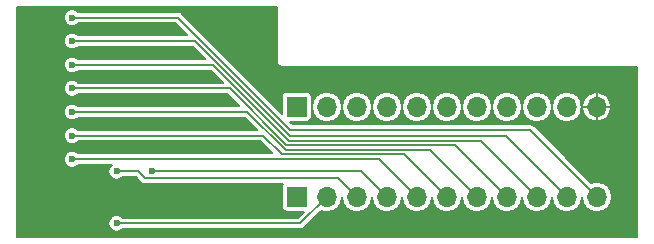
<source format=gbr>
G04 #@! TF.GenerationSoftware,KiCad,Pcbnew,5.0.2+dfsg1-1*
G04 #@! TF.CreationDate,2021-01-06T22:48:14+01:00*
G04 #@! TF.ProjectId,esp_12e_proto_board,6573705f-3132-4655-9f70-726f746f5f62,B*
G04 #@! TF.SameCoordinates,Original*
G04 #@! TF.FileFunction,Copper,L2,Bot*
G04 #@! TF.FilePolarity,Positive*
%FSLAX46Y46*%
G04 Gerber Fmt 4.6, Leading zero omitted, Abs format (unit mm)*
G04 Created by KiCad (PCBNEW 5.0.2+dfsg1-1) date Wed 06 Jan 2021 10:48:14 PM CET*
%MOMM*%
%LPD*%
G01*
G04 APERTURE LIST*
G04 #@! TA.AperFunction,ComponentPad*
%ADD10O,1.700000X1.700000*%
G04 #@! TD*
G04 #@! TA.AperFunction,ComponentPad*
%ADD11R,1.700000X1.700000*%
G04 #@! TD*
G04 #@! TA.AperFunction,ViaPad*
%ADD12C,0.600000*%
G04 #@! TD*
G04 #@! TA.AperFunction,Conductor*
%ADD13C,0.177800*%
G04 #@! TD*
G04 #@! TA.AperFunction,Conductor*
%ADD14C,0.200000*%
G04 #@! TD*
G04 APERTURE END LIST*
D10*
G04 #@! TO.P,J1,11*
G04 #@! TO.N,GND*
X171450000Y-100330000D03*
G04 #@! TO.P,J1,10*
G04 #@! TO.N,GPIO10*
X168910000Y-100330000D03*
G04 #@! TO.P,J1,9*
G04 #@! TO.N,MOSI*
X166370000Y-100330000D03*
G04 #@! TO.P,J1,8*
G04 #@! TO.N,SCLK*
X163830000Y-100330000D03*
G04 #@! TO.P,J1,7*
G04 #@! TO.N,GPIO15*
X161290000Y-100330000D03*
G04 #@! TO.P,J1,6*
G04 #@! TO.N,GPIO2*
X158750000Y-100330000D03*
G04 #@! TO.P,J1,5*
G04 #@! TO.N,GPIO0*
X156210000Y-100330000D03*
G04 #@! TO.P,J1,4*
G04 #@! TO.N,GPIO4*
X153670000Y-100330000D03*
G04 #@! TO.P,J1,3*
G04 #@! TO.N,GPIO5*
X151130000Y-100330000D03*
G04 #@! TO.P,J1,2*
G04 #@! TO.N,RXD0*
X148590000Y-100330000D03*
D11*
G04 #@! TO.P,J1,1*
G04 #@! TO.N,TXD0*
X146050000Y-100330000D03*
G04 #@! TD*
G04 #@! TO.P,J2,1*
G04 #@! TO.N,+3V3*
X146050000Y-107950000D03*
D10*
G04 #@! TO.P,J2,2*
G04 #@! TO.N,CS0*
X148590000Y-107950000D03*
G04 #@! TO.P,J2,3*
G04 #@! TO.N,MISO*
X151130000Y-107950000D03*
G04 #@! TO.P,J2,4*
G04 #@! TO.N,GPIO9*
X153670000Y-107950000D03*
G04 #@! TO.P,J2,5*
G04 #@! TO.N,GPIO13*
X156210000Y-107950000D03*
G04 #@! TO.P,J2,6*
G04 #@! TO.N,GPIO12*
X158750000Y-107950000D03*
G04 #@! TO.P,J2,7*
G04 #@! TO.N,GPIO14*
X161290000Y-107950000D03*
G04 #@! TO.P,J2,8*
G04 #@! TO.N,GPIO16*
X163830000Y-107950000D03*
G04 #@! TO.P,J2,9*
G04 #@! TO.N,EN*
X166370000Y-107950000D03*
G04 #@! TO.P,J2,10*
G04 #@! TO.N,ADC*
X168910000Y-107950000D03*
G04 #@! TO.P,J2,11*
G04 #@! TO.N,~RST*
X171450000Y-107950000D03*
G04 #@! TD*
D12*
G04 #@! TO.N,GND*
X135100000Y-103700000D03*
G04 #@! TO.N,CS0*
X130800000Y-110200000D03*
G04 #@! TO.N,MISO*
X130800000Y-105800000D03*
G04 #@! TO.N,GPIO9*
X133800000Y-105800000D03*
G04 #@! TO.N,GPIO13*
X127000000Y-104766000D03*
G04 #@! TO.N,GPIO12*
X127000000Y-102766000D03*
G04 #@! TO.N,GPIO14*
X127000000Y-100766000D03*
G04 #@! TO.N,GPIO16*
X127000000Y-98766000D03*
G04 #@! TO.N,EN*
X127000000Y-96766000D03*
G04 #@! TO.N,ADC*
X127000000Y-94766000D03*
G04 #@! TO.N,~RST*
X127000000Y-92766000D03*
G04 #@! TD*
D13*
G04 #@! TO.N,CS0*
X146340000Y-110200000D02*
X148590000Y-107950000D01*
X130800000Y-110200000D02*
X146340000Y-110200000D01*
G04 #@! TO.N,MISO*
X130800000Y-105800000D02*
X132600000Y-105800000D01*
X149546701Y-106366701D02*
X150280001Y-107100001D01*
X133166701Y-106366701D02*
X149546701Y-106366701D01*
X150280001Y-107100001D02*
X151130000Y-107950000D01*
X132600000Y-105800000D02*
X133166701Y-106366701D01*
G04 #@! TO.N,GPIO9*
X151520000Y-105800000D02*
X153670000Y-107950000D01*
X133800000Y-105800000D02*
X151520000Y-105800000D01*
G04 #@! TO.N,GPIO13*
X135800000Y-104766000D02*
X153026000Y-104766000D01*
X127000000Y-104766000D02*
X135800000Y-104766000D01*
X153026000Y-104766000D02*
X156210000Y-107950000D01*
X135800000Y-104766000D02*
X135966000Y-104766000D01*
G04 #@! TO.N,GPIO12*
X157900001Y-107100001D02*
X158750000Y-107950000D01*
X127000000Y-102766000D02*
X143166000Y-102766000D01*
X143166000Y-102766000D02*
X144755610Y-104355610D01*
X155155610Y-104355610D02*
X157900001Y-107100001D01*
X144755610Y-104355610D02*
X155155610Y-104355610D01*
G04 #@! TO.N,GPIO14*
X145097092Y-104000000D02*
X157340000Y-104000000D01*
X157340000Y-104000000D02*
X161290000Y-107950000D01*
X141863092Y-100766000D02*
X145097092Y-104000000D01*
X127000000Y-100766000D02*
X141863092Y-100766000D01*
G04 #@! TO.N,GPIO16*
X162980001Y-107100001D02*
X163830000Y-107950000D01*
X127000000Y-98766000D02*
X140366000Y-98766000D01*
X140366000Y-98766000D02*
X145155610Y-103555610D01*
X145155610Y-103555610D02*
X159435610Y-103555610D01*
X159435610Y-103555610D02*
X162980001Y-107100001D01*
G04 #@! TO.N,EN*
X145394184Y-103200000D02*
X161620000Y-103200000D01*
X138960184Y-96766000D02*
X145394184Y-103200000D01*
X161620000Y-103200000D02*
X166370000Y-107950000D01*
X127000000Y-96766000D02*
X138960184Y-96766000D01*
G04 #@! TO.N,ADC*
X163760000Y-102800000D02*
X168910000Y-107950000D01*
X145497092Y-102800000D02*
X163760000Y-102800000D01*
X137463092Y-94766000D02*
X145497092Y-102800000D01*
X127000000Y-94766000D02*
X137463092Y-94766000D01*
G04 #@! TO.N,~RST*
X127000000Y-92766000D02*
X135966000Y-92766000D01*
X135966000Y-92766000D02*
X145500000Y-102300000D01*
X165800000Y-102300000D02*
X170333299Y-106833299D01*
X145500000Y-102300000D02*
X165800000Y-102300000D01*
X170333299Y-106833299D02*
X171450000Y-107950000D01*
G04 #@! TD*
D14*
G04 #@! TO.N,GND*
G36*
X144367300Y-96479354D02*
X144359215Y-96520000D01*
X144391245Y-96681027D01*
X144448022Y-96766000D01*
X144482460Y-96817540D01*
X144618973Y-96908755D01*
X144780000Y-96940785D01*
X144820646Y-96932700D01*
X174847301Y-96932700D01*
X174847300Y-111347300D01*
X122332700Y-111347300D01*
X122332700Y-92626761D01*
X126300000Y-92626761D01*
X126300000Y-92905239D01*
X126406568Y-93162518D01*
X126603482Y-93359432D01*
X126860761Y-93466000D01*
X127139239Y-93466000D01*
X127396518Y-93359432D01*
X127501050Y-93254900D01*
X135763492Y-93254900D01*
X136785692Y-94277100D01*
X127501050Y-94277100D01*
X127396518Y-94172568D01*
X127139239Y-94066000D01*
X126860761Y-94066000D01*
X126603482Y-94172568D01*
X126406568Y-94369482D01*
X126300000Y-94626761D01*
X126300000Y-94905239D01*
X126406568Y-95162518D01*
X126603482Y-95359432D01*
X126860761Y-95466000D01*
X127139239Y-95466000D01*
X127396518Y-95359432D01*
X127501050Y-95254900D01*
X137260584Y-95254900D01*
X138282784Y-96277100D01*
X127501050Y-96277100D01*
X127396518Y-96172568D01*
X127139239Y-96066000D01*
X126860761Y-96066000D01*
X126603482Y-96172568D01*
X126406568Y-96369482D01*
X126300000Y-96626761D01*
X126300000Y-96905239D01*
X126406568Y-97162518D01*
X126603482Y-97359432D01*
X126860761Y-97466000D01*
X127139239Y-97466000D01*
X127396518Y-97359432D01*
X127501050Y-97254900D01*
X138757676Y-97254900D01*
X139779876Y-98277100D01*
X127501050Y-98277100D01*
X127396518Y-98172568D01*
X127139239Y-98066000D01*
X126860761Y-98066000D01*
X126603482Y-98172568D01*
X126406568Y-98369482D01*
X126300000Y-98626761D01*
X126300000Y-98905239D01*
X126406568Y-99162518D01*
X126603482Y-99359432D01*
X126860761Y-99466000D01*
X127139239Y-99466000D01*
X127396518Y-99359432D01*
X127501050Y-99254900D01*
X140163492Y-99254900D01*
X141185692Y-100277100D01*
X127501050Y-100277100D01*
X127396518Y-100172568D01*
X127139239Y-100066000D01*
X126860761Y-100066000D01*
X126603482Y-100172568D01*
X126406568Y-100369482D01*
X126300000Y-100626761D01*
X126300000Y-100905239D01*
X126406568Y-101162518D01*
X126603482Y-101359432D01*
X126860761Y-101466000D01*
X127139239Y-101466000D01*
X127396518Y-101359432D01*
X127501050Y-101254900D01*
X141660584Y-101254900D01*
X142682784Y-102277100D01*
X127501050Y-102277100D01*
X127396518Y-102172568D01*
X127139239Y-102066000D01*
X126860761Y-102066000D01*
X126603482Y-102172568D01*
X126406568Y-102369482D01*
X126300000Y-102626761D01*
X126300000Y-102905239D01*
X126406568Y-103162518D01*
X126603482Y-103359432D01*
X126860761Y-103466000D01*
X127139239Y-103466000D01*
X127396518Y-103359432D01*
X127501050Y-103254900D01*
X142963492Y-103254900D01*
X143985691Y-104277100D01*
X127501050Y-104277100D01*
X127396518Y-104172568D01*
X127139239Y-104066000D01*
X126860761Y-104066000D01*
X126603482Y-104172568D01*
X126406568Y-104369482D01*
X126300000Y-104626761D01*
X126300000Y-104905239D01*
X126406568Y-105162518D01*
X126603482Y-105359432D01*
X126860761Y-105466000D01*
X127139239Y-105466000D01*
X127396518Y-105359432D01*
X127501050Y-105254900D01*
X130355150Y-105254900D01*
X130206568Y-105403482D01*
X130100000Y-105660761D01*
X130100000Y-105939239D01*
X130206568Y-106196518D01*
X130403482Y-106393432D01*
X130660761Y-106500000D01*
X130939239Y-106500000D01*
X131196518Y-106393432D01*
X131301050Y-106288900D01*
X132397492Y-106288900D01*
X132786947Y-106678356D01*
X132814224Y-106719178D01*
X132975942Y-106827235D01*
X133118549Y-106855601D01*
X133118553Y-106855601D01*
X133166700Y-106865178D01*
X133214847Y-106855601D01*
X144882227Y-106855601D01*
X144823209Y-106943928D01*
X144792164Y-107100000D01*
X144792164Y-108800000D01*
X144823209Y-108956072D01*
X144911616Y-109088384D01*
X145043928Y-109176791D01*
X145200000Y-109207836D01*
X146640756Y-109207836D01*
X146137492Y-109711100D01*
X131301050Y-109711100D01*
X131196518Y-109606568D01*
X130939239Y-109500000D01*
X130660761Y-109500000D01*
X130403482Y-109606568D01*
X130206568Y-109803482D01*
X130100000Y-110060761D01*
X130100000Y-110339239D01*
X130206568Y-110596518D01*
X130403482Y-110793432D01*
X130660761Y-110900000D01*
X130939239Y-110900000D01*
X131196518Y-110793432D01*
X131301050Y-110688900D01*
X146291853Y-110688900D01*
X146340000Y-110698477D01*
X146388147Y-110688900D01*
X146388152Y-110688900D01*
X146530759Y-110660534D01*
X146692477Y-110552477D01*
X146719754Y-110511654D01*
X148103660Y-109127749D01*
X148466891Y-109200000D01*
X148713109Y-109200000D01*
X149077725Y-109127473D01*
X149491199Y-108851199D01*
X149767473Y-108437725D01*
X149860000Y-107972563D01*
X149952527Y-108437725D01*
X150228801Y-108851199D01*
X150642275Y-109127473D01*
X151006891Y-109200000D01*
X151253109Y-109200000D01*
X151617725Y-109127473D01*
X152031199Y-108851199D01*
X152307473Y-108437725D01*
X152400000Y-107972563D01*
X152492527Y-108437725D01*
X152768801Y-108851199D01*
X153182275Y-109127473D01*
X153546891Y-109200000D01*
X153793109Y-109200000D01*
X154157725Y-109127473D01*
X154571199Y-108851199D01*
X154847473Y-108437725D01*
X154940000Y-107972563D01*
X155032527Y-108437725D01*
X155308801Y-108851199D01*
X155722275Y-109127473D01*
X156086891Y-109200000D01*
X156333109Y-109200000D01*
X156697725Y-109127473D01*
X157111199Y-108851199D01*
X157387473Y-108437725D01*
X157480000Y-107972563D01*
X157572527Y-108437725D01*
X157848801Y-108851199D01*
X158262275Y-109127473D01*
X158626891Y-109200000D01*
X158873109Y-109200000D01*
X159237725Y-109127473D01*
X159651199Y-108851199D01*
X159927473Y-108437725D01*
X160020000Y-107972563D01*
X160112527Y-108437725D01*
X160388801Y-108851199D01*
X160802275Y-109127473D01*
X161166891Y-109200000D01*
X161413109Y-109200000D01*
X161777725Y-109127473D01*
X162191199Y-108851199D01*
X162467473Y-108437725D01*
X162560000Y-107972563D01*
X162652527Y-108437725D01*
X162928801Y-108851199D01*
X163342275Y-109127473D01*
X163706891Y-109200000D01*
X163953109Y-109200000D01*
X164317725Y-109127473D01*
X164731199Y-108851199D01*
X165007473Y-108437725D01*
X165100000Y-107972563D01*
X165192527Y-108437725D01*
X165468801Y-108851199D01*
X165882275Y-109127473D01*
X166246891Y-109200000D01*
X166493109Y-109200000D01*
X166857725Y-109127473D01*
X167271199Y-108851199D01*
X167547473Y-108437725D01*
X167640000Y-107972563D01*
X167732527Y-108437725D01*
X168008801Y-108851199D01*
X168422275Y-109127473D01*
X168786891Y-109200000D01*
X169033109Y-109200000D01*
X169397725Y-109127473D01*
X169811199Y-108851199D01*
X170087473Y-108437725D01*
X170180000Y-107972563D01*
X170272527Y-108437725D01*
X170548801Y-108851199D01*
X170962275Y-109127473D01*
X171326891Y-109200000D01*
X171573109Y-109200000D01*
X171937725Y-109127473D01*
X172351199Y-108851199D01*
X172627473Y-108437725D01*
X172724488Y-107950000D01*
X172627473Y-107462275D01*
X172351199Y-107048801D01*
X171937725Y-106772527D01*
X171573109Y-106700000D01*
X171326891Y-106700000D01*
X170963660Y-106772252D01*
X170713054Y-106521646D01*
X170713052Y-106521643D01*
X166179755Y-101988346D01*
X166152477Y-101947523D01*
X165990759Y-101839466D01*
X165848152Y-101811100D01*
X165848147Y-101811100D01*
X165800000Y-101801523D01*
X165751853Y-101811100D01*
X145702509Y-101811100D01*
X145479245Y-101587836D01*
X146900000Y-101587836D01*
X147056072Y-101556791D01*
X147188384Y-101468384D01*
X147276791Y-101336072D01*
X147307836Y-101180000D01*
X147307836Y-100330000D01*
X147315512Y-100330000D01*
X147412527Y-100817725D01*
X147688801Y-101231199D01*
X148102275Y-101507473D01*
X148466891Y-101580000D01*
X148713109Y-101580000D01*
X149077725Y-101507473D01*
X149491199Y-101231199D01*
X149767473Y-100817725D01*
X149860000Y-100352563D01*
X149952527Y-100817725D01*
X150228801Y-101231199D01*
X150642275Y-101507473D01*
X151006891Y-101580000D01*
X151253109Y-101580000D01*
X151617725Y-101507473D01*
X152031199Y-101231199D01*
X152307473Y-100817725D01*
X152400000Y-100352563D01*
X152492527Y-100817725D01*
X152768801Y-101231199D01*
X153182275Y-101507473D01*
X153546891Y-101580000D01*
X153793109Y-101580000D01*
X154157725Y-101507473D01*
X154571199Y-101231199D01*
X154847473Y-100817725D01*
X154940000Y-100352563D01*
X155032527Y-100817725D01*
X155308801Y-101231199D01*
X155722275Y-101507473D01*
X156086891Y-101580000D01*
X156333109Y-101580000D01*
X156697725Y-101507473D01*
X157111199Y-101231199D01*
X157387473Y-100817725D01*
X157480000Y-100352563D01*
X157572527Y-100817725D01*
X157848801Y-101231199D01*
X158262275Y-101507473D01*
X158626891Y-101580000D01*
X158873109Y-101580000D01*
X159237725Y-101507473D01*
X159651199Y-101231199D01*
X159927473Y-100817725D01*
X160020000Y-100352563D01*
X160112527Y-100817725D01*
X160388801Y-101231199D01*
X160802275Y-101507473D01*
X161166891Y-101580000D01*
X161413109Y-101580000D01*
X161777725Y-101507473D01*
X162191199Y-101231199D01*
X162467473Y-100817725D01*
X162560000Y-100352563D01*
X162652527Y-100817725D01*
X162928801Y-101231199D01*
X163342275Y-101507473D01*
X163706891Y-101580000D01*
X163953109Y-101580000D01*
X164317725Y-101507473D01*
X164731199Y-101231199D01*
X165007473Y-100817725D01*
X165100000Y-100352563D01*
X165192527Y-100817725D01*
X165468801Y-101231199D01*
X165882275Y-101507473D01*
X166246891Y-101580000D01*
X166493109Y-101580000D01*
X166857725Y-101507473D01*
X167271199Y-101231199D01*
X167547473Y-100817725D01*
X167640000Y-100352563D01*
X167732527Y-100817725D01*
X168008801Y-101231199D01*
X168422275Y-101507473D01*
X168786891Y-101580000D01*
X169033109Y-101580000D01*
X169397725Y-101507473D01*
X169811199Y-101231199D01*
X170087473Y-100817725D01*
X170144609Y-100530480D01*
X170216182Y-100530480D01*
X170386821Y-100987381D01*
X170719319Y-101344202D01*
X171163057Y-101546620D01*
X171249520Y-101563818D01*
X171445000Y-101479989D01*
X171445000Y-100335000D01*
X171455000Y-100335000D01*
X171455000Y-101479989D01*
X171650480Y-101563818D01*
X171736943Y-101546620D01*
X172180681Y-101344202D01*
X172513179Y-100987381D01*
X172683818Y-100530480D01*
X172599990Y-100335000D01*
X171455000Y-100335000D01*
X171445000Y-100335000D01*
X170300010Y-100335000D01*
X170216182Y-100530480D01*
X170144609Y-100530480D01*
X170184488Y-100330000D01*
X170144610Y-100129520D01*
X170216182Y-100129520D01*
X170300010Y-100325000D01*
X171445000Y-100325000D01*
X171445000Y-99180011D01*
X171455000Y-99180011D01*
X171455000Y-100325000D01*
X172599990Y-100325000D01*
X172683818Y-100129520D01*
X172513179Y-99672619D01*
X172180681Y-99315798D01*
X171736943Y-99113380D01*
X171650480Y-99096182D01*
X171455000Y-99180011D01*
X171445000Y-99180011D01*
X171249520Y-99096182D01*
X171163057Y-99113380D01*
X170719319Y-99315798D01*
X170386821Y-99672619D01*
X170216182Y-100129520D01*
X170144610Y-100129520D01*
X170087473Y-99842275D01*
X169811199Y-99428801D01*
X169397725Y-99152527D01*
X169033109Y-99080000D01*
X168786891Y-99080000D01*
X168422275Y-99152527D01*
X168008801Y-99428801D01*
X167732527Y-99842275D01*
X167640000Y-100307437D01*
X167547473Y-99842275D01*
X167271199Y-99428801D01*
X166857725Y-99152527D01*
X166493109Y-99080000D01*
X166246891Y-99080000D01*
X165882275Y-99152527D01*
X165468801Y-99428801D01*
X165192527Y-99842275D01*
X165100000Y-100307437D01*
X165007473Y-99842275D01*
X164731199Y-99428801D01*
X164317725Y-99152527D01*
X163953109Y-99080000D01*
X163706891Y-99080000D01*
X163342275Y-99152527D01*
X162928801Y-99428801D01*
X162652527Y-99842275D01*
X162560000Y-100307437D01*
X162467473Y-99842275D01*
X162191199Y-99428801D01*
X161777725Y-99152527D01*
X161413109Y-99080000D01*
X161166891Y-99080000D01*
X160802275Y-99152527D01*
X160388801Y-99428801D01*
X160112527Y-99842275D01*
X160020000Y-100307437D01*
X159927473Y-99842275D01*
X159651199Y-99428801D01*
X159237725Y-99152527D01*
X158873109Y-99080000D01*
X158626891Y-99080000D01*
X158262275Y-99152527D01*
X157848801Y-99428801D01*
X157572527Y-99842275D01*
X157480000Y-100307437D01*
X157387473Y-99842275D01*
X157111199Y-99428801D01*
X156697725Y-99152527D01*
X156333109Y-99080000D01*
X156086891Y-99080000D01*
X155722275Y-99152527D01*
X155308801Y-99428801D01*
X155032527Y-99842275D01*
X154940000Y-100307437D01*
X154847473Y-99842275D01*
X154571199Y-99428801D01*
X154157725Y-99152527D01*
X153793109Y-99080000D01*
X153546891Y-99080000D01*
X153182275Y-99152527D01*
X152768801Y-99428801D01*
X152492527Y-99842275D01*
X152400000Y-100307437D01*
X152307473Y-99842275D01*
X152031199Y-99428801D01*
X151617725Y-99152527D01*
X151253109Y-99080000D01*
X151006891Y-99080000D01*
X150642275Y-99152527D01*
X150228801Y-99428801D01*
X149952527Y-99842275D01*
X149860000Y-100307437D01*
X149767473Y-99842275D01*
X149491199Y-99428801D01*
X149077725Y-99152527D01*
X148713109Y-99080000D01*
X148466891Y-99080000D01*
X148102275Y-99152527D01*
X147688801Y-99428801D01*
X147412527Y-99842275D01*
X147315512Y-100330000D01*
X147307836Y-100330000D01*
X147307836Y-99480000D01*
X147276791Y-99323928D01*
X147188384Y-99191616D01*
X147056072Y-99103209D01*
X146900000Y-99072164D01*
X145200000Y-99072164D01*
X145043928Y-99103209D01*
X144911616Y-99191616D01*
X144823209Y-99323928D01*
X144792164Y-99480000D01*
X144792164Y-100900755D01*
X136345755Y-92454347D01*
X136318477Y-92413523D01*
X136156759Y-92305466D01*
X136014152Y-92277100D01*
X136014147Y-92277100D01*
X135966000Y-92267523D01*
X135917853Y-92277100D01*
X127501050Y-92277100D01*
X127396518Y-92172568D01*
X127139239Y-92066000D01*
X126860761Y-92066000D01*
X126603482Y-92172568D01*
X126406568Y-92369482D01*
X126300000Y-92626761D01*
X122332700Y-92626761D01*
X122332700Y-91852700D01*
X144367301Y-91852700D01*
X144367300Y-96479354D01*
X144367300Y-96479354D01*
G37*
X144367300Y-96479354D02*
X144359215Y-96520000D01*
X144391245Y-96681027D01*
X144448022Y-96766000D01*
X144482460Y-96817540D01*
X144618973Y-96908755D01*
X144780000Y-96940785D01*
X144820646Y-96932700D01*
X174847301Y-96932700D01*
X174847300Y-111347300D01*
X122332700Y-111347300D01*
X122332700Y-92626761D01*
X126300000Y-92626761D01*
X126300000Y-92905239D01*
X126406568Y-93162518D01*
X126603482Y-93359432D01*
X126860761Y-93466000D01*
X127139239Y-93466000D01*
X127396518Y-93359432D01*
X127501050Y-93254900D01*
X135763492Y-93254900D01*
X136785692Y-94277100D01*
X127501050Y-94277100D01*
X127396518Y-94172568D01*
X127139239Y-94066000D01*
X126860761Y-94066000D01*
X126603482Y-94172568D01*
X126406568Y-94369482D01*
X126300000Y-94626761D01*
X126300000Y-94905239D01*
X126406568Y-95162518D01*
X126603482Y-95359432D01*
X126860761Y-95466000D01*
X127139239Y-95466000D01*
X127396518Y-95359432D01*
X127501050Y-95254900D01*
X137260584Y-95254900D01*
X138282784Y-96277100D01*
X127501050Y-96277100D01*
X127396518Y-96172568D01*
X127139239Y-96066000D01*
X126860761Y-96066000D01*
X126603482Y-96172568D01*
X126406568Y-96369482D01*
X126300000Y-96626761D01*
X126300000Y-96905239D01*
X126406568Y-97162518D01*
X126603482Y-97359432D01*
X126860761Y-97466000D01*
X127139239Y-97466000D01*
X127396518Y-97359432D01*
X127501050Y-97254900D01*
X138757676Y-97254900D01*
X139779876Y-98277100D01*
X127501050Y-98277100D01*
X127396518Y-98172568D01*
X127139239Y-98066000D01*
X126860761Y-98066000D01*
X126603482Y-98172568D01*
X126406568Y-98369482D01*
X126300000Y-98626761D01*
X126300000Y-98905239D01*
X126406568Y-99162518D01*
X126603482Y-99359432D01*
X126860761Y-99466000D01*
X127139239Y-99466000D01*
X127396518Y-99359432D01*
X127501050Y-99254900D01*
X140163492Y-99254900D01*
X141185692Y-100277100D01*
X127501050Y-100277100D01*
X127396518Y-100172568D01*
X127139239Y-100066000D01*
X126860761Y-100066000D01*
X126603482Y-100172568D01*
X126406568Y-100369482D01*
X126300000Y-100626761D01*
X126300000Y-100905239D01*
X126406568Y-101162518D01*
X126603482Y-101359432D01*
X126860761Y-101466000D01*
X127139239Y-101466000D01*
X127396518Y-101359432D01*
X127501050Y-101254900D01*
X141660584Y-101254900D01*
X142682784Y-102277100D01*
X127501050Y-102277100D01*
X127396518Y-102172568D01*
X127139239Y-102066000D01*
X126860761Y-102066000D01*
X126603482Y-102172568D01*
X126406568Y-102369482D01*
X126300000Y-102626761D01*
X126300000Y-102905239D01*
X126406568Y-103162518D01*
X126603482Y-103359432D01*
X126860761Y-103466000D01*
X127139239Y-103466000D01*
X127396518Y-103359432D01*
X127501050Y-103254900D01*
X142963492Y-103254900D01*
X143985691Y-104277100D01*
X127501050Y-104277100D01*
X127396518Y-104172568D01*
X127139239Y-104066000D01*
X126860761Y-104066000D01*
X126603482Y-104172568D01*
X126406568Y-104369482D01*
X126300000Y-104626761D01*
X126300000Y-104905239D01*
X126406568Y-105162518D01*
X126603482Y-105359432D01*
X126860761Y-105466000D01*
X127139239Y-105466000D01*
X127396518Y-105359432D01*
X127501050Y-105254900D01*
X130355150Y-105254900D01*
X130206568Y-105403482D01*
X130100000Y-105660761D01*
X130100000Y-105939239D01*
X130206568Y-106196518D01*
X130403482Y-106393432D01*
X130660761Y-106500000D01*
X130939239Y-106500000D01*
X131196518Y-106393432D01*
X131301050Y-106288900D01*
X132397492Y-106288900D01*
X132786947Y-106678356D01*
X132814224Y-106719178D01*
X132975942Y-106827235D01*
X133118549Y-106855601D01*
X133118553Y-106855601D01*
X133166700Y-106865178D01*
X133214847Y-106855601D01*
X144882227Y-106855601D01*
X144823209Y-106943928D01*
X144792164Y-107100000D01*
X144792164Y-108800000D01*
X144823209Y-108956072D01*
X144911616Y-109088384D01*
X145043928Y-109176791D01*
X145200000Y-109207836D01*
X146640756Y-109207836D01*
X146137492Y-109711100D01*
X131301050Y-109711100D01*
X131196518Y-109606568D01*
X130939239Y-109500000D01*
X130660761Y-109500000D01*
X130403482Y-109606568D01*
X130206568Y-109803482D01*
X130100000Y-110060761D01*
X130100000Y-110339239D01*
X130206568Y-110596518D01*
X130403482Y-110793432D01*
X130660761Y-110900000D01*
X130939239Y-110900000D01*
X131196518Y-110793432D01*
X131301050Y-110688900D01*
X146291853Y-110688900D01*
X146340000Y-110698477D01*
X146388147Y-110688900D01*
X146388152Y-110688900D01*
X146530759Y-110660534D01*
X146692477Y-110552477D01*
X146719754Y-110511654D01*
X148103660Y-109127749D01*
X148466891Y-109200000D01*
X148713109Y-109200000D01*
X149077725Y-109127473D01*
X149491199Y-108851199D01*
X149767473Y-108437725D01*
X149860000Y-107972563D01*
X149952527Y-108437725D01*
X150228801Y-108851199D01*
X150642275Y-109127473D01*
X151006891Y-109200000D01*
X151253109Y-109200000D01*
X151617725Y-109127473D01*
X152031199Y-108851199D01*
X152307473Y-108437725D01*
X152400000Y-107972563D01*
X152492527Y-108437725D01*
X152768801Y-108851199D01*
X153182275Y-109127473D01*
X153546891Y-109200000D01*
X153793109Y-109200000D01*
X154157725Y-109127473D01*
X154571199Y-108851199D01*
X154847473Y-108437725D01*
X154940000Y-107972563D01*
X155032527Y-108437725D01*
X155308801Y-108851199D01*
X155722275Y-109127473D01*
X156086891Y-109200000D01*
X156333109Y-109200000D01*
X156697725Y-109127473D01*
X157111199Y-108851199D01*
X157387473Y-108437725D01*
X157480000Y-107972563D01*
X157572527Y-108437725D01*
X157848801Y-108851199D01*
X158262275Y-109127473D01*
X158626891Y-109200000D01*
X158873109Y-109200000D01*
X159237725Y-109127473D01*
X159651199Y-108851199D01*
X159927473Y-108437725D01*
X160020000Y-107972563D01*
X160112527Y-108437725D01*
X160388801Y-108851199D01*
X160802275Y-109127473D01*
X161166891Y-109200000D01*
X161413109Y-109200000D01*
X161777725Y-109127473D01*
X162191199Y-108851199D01*
X162467473Y-108437725D01*
X162560000Y-107972563D01*
X162652527Y-108437725D01*
X162928801Y-108851199D01*
X163342275Y-109127473D01*
X163706891Y-109200000D01*
X163953109Y-109200000D01*
X164317725Y-109127473D01*
X164731199Y-108851199D01*
X165007473Y-108437725D01*
X165100000Y-107972563D01*
X165192527Y-108437725D01*
X165468801Y-108851199D01*
X165882275Y-109127473D01*
X166246891Y-109200000D01*
X166493109Y-109200000D01*
X166857725Y-109127473D01*
X167271199Y-108851199D01*
X167547473Y-108437725D01*
X167640000Y-107972563D01*
X167732527Y-108437725D01*
X168008801Y-108851199D01*
X168422275Y-109127473D01*
X168786891Y-109200000D01*
X169033109Y-109200000D01*
X169397725Y-109127473D01*
X169811199Y-108851199D01*
X170087473Y-108437725D01*
X170180000Y-107972563D01*
X170272527Y-108437725D01*
X170548801Y-108851199D01*
X170962275Y-109127473D01*
X171326891Y-109200000D01*
X171573109Y-109200000D01*
X171937725Y-109127473D01*
X172351199Y-108851199D01*
X172627473Y-108437725D01*
X172724488Y-107950000D01*
X172627473Y-107462275D01*
X172351199Y-107048801D01*
X171937725Y-106772527D01*
X171573109Y-106700000D01*
X171326891Y-106700000D01*
X170963660Y-106772252D01*
X170713054Y-106521646D01*
X170713052Y-106521643D01*
X166179755Y-101988346D01*
X166152477Y-101947523D01*
X165990759Y-101839466D01*
X165848152Y-101811100D01*
X165848147Y-101811100D01*
X165800000Y-101801523D01*
X165751853Y-101811100D01*
X145702509Y-101811100D01*
X145479245Y-101587836D01*
X146900000Y-101587836D01*
X147056072Y-101556791D01*
X147188384Y-101468384D01*
X147276791Y-101336072D01*
X147307836Y-101180000D01*
X147307836Y-100330000D01*
X147315512Y-100330000D01*
X147412527Y-100817725D01*
X147688801Y-101231199D01*
X148102275Y-101507473D01*
X148466891Y-101580000D01*
X148713109Y-101580000D01*
X149077725Y-101507473D01*
X149491199Y-101231199D01*
X149767473Y-100817725D01*
X149860000Y-100352563D01*
X149952527Y-100817725D01*
X150228801Y-101231199D01*
X150642275Y-101507473D01*
X151006891Y-101580000D01*
X151253109Y-101580000D01*
X151617725Y-101507473D01*
X152031199Y-101231199D01*
X152307473Y-100817725D01*
X152400000Y-100352563D01*
X152492527Y-100817725D01*
X152768801Y-101231199D01*
X153182275Y-101507473D01*
X153546891Y-101580000D01*
X153793109Y-101580000D01*
X154157725Y-101507473D01*
X154571199Y-101231199D01*
X154847473Y-100817725D01*
X154940000Y-100352563D01*
X155032527Y-100817725D01*
X155308801Y-101231199D01*
X155722275Y-101507473D01*
X156086891Y-101580000D01*
X156333109Y-101580000D01*
X156697725Y-101507473D01*
X157111199Y-101231199D01*
X157387473Y-100817725D01*
X157480000Y-100352563D01*
X157572527Y-100817725D01*
X157848801Y-101231199D01*
X158262275Y-101507473D01*
X158626891Y-101580000D01*
X158873109Y-101580000D01*
X159237725Y-101507473D01*
X159651199Y-101231199D01*
X159927473Y-100817725D01*
X160020000Y-100352563D01*
X160112527Y-100817725D01*
X160388801Y-101231199D01*
X160802275Y-101507473D01*
X161166891Y-101580000D01*
X161413109Y-101580000D01*
X161777725Y-101507473D01*
X162191199Y-101231199D01*
X162467473Y-100817725D01*
X162560000Y-100352563D01*
X162652527Y-100817725D01*
X162928801Y-101231199D01*
X163342275Y-101507473D01*
X163706891Y-101580000D01*
X163953109Y-101580000D01*
X164317725Y-101507473D01*
X164731199Y-101231199D01*
X165007473Y-100817725D01*
X165100000Y-100352563D01*
X165192527Y-100817725D01*
X165468801Y-101231199D01*
X165882275Y-101507473D01*
X166246891Y-101580000D01*
X166493109Y-101580000D01*
X166857725Y-101507473D01*
X167271199Y-101231199D01*
X167547473Y-100817725D01*
X167640000Y-100352563D01*
X167732527Y-100817725D01*
X168008801Y-101231199D01*
X168422275Y-101507473D01*
X168786891Y-101580000D01*
X169033109Y-101580000D01*
X169397725Y-101507473D01*
X169811199Y-101231199D01*
X170087473Y-100817725D01*
X170144609Y-100530480D01*
X170216182Y-100530480D01*
X170386821Y-100987381D01*
X170719319Y-101344202D01*
X171163057Y-101546620D01*
X171249520Y-101563818D01*
X171445000Y-101479989D01*
X171445000Y-100335000D01*
X171455000Y-100335000D01*
X171455000Y-101479989D01*
X171650480Y-101563818D01*
X171736943Y-101546620D01*
X172180681Y-101344202D01*
X172513179Y-100987381D01*
X172683818Y-100530480D01*
X172599990Y-100335000D01*
X171455000Y-100335000D01*
X171445000Y-100335000D01*
X170300010Y-100335000D01*
X170216182Y-100530480D01*
X170144609Y-100530480D01*
X170184488Y-100330000D01*
X170144610Y-100129520D01*
X170216182Y-100129520D01*
X170300010Y-100325000D01*
X171445000Y-100325000D01*
X171445000Y-99180011D01*
X171455000Y-99180011D01*
X171455000Y-100325000D01*
X172599990Y-100325000D01*
X172683818Y-100129520D01*
X172513179Y-99672619D01*
X172180681Y-99315798D01*
X171736943Y-99113380D01*
X171650480Y-99096182D01*
X171455000Y-99180011D01*
X171445000Y-99180011D01*
X171249520Y-99096182D01*
X171163057Y-99113380D01*
X170719319Y-99315798D01*
X170386821Y-99672619D01*
X170216182Y-100129520D01*
X170144610Y-100129520D01*
X170087473Y-99842275D01*
X169811199Y-99428801D01*
X169397725Y-99152527D01*
X169033109Y-99080000D01*
X168786891Y-99080000D01*
X168422275Y-99152527D01*
X168008801Y-99428801D01*
X167732527Y-99842275D01*
X167640000Y-100307437D01*
X167547473Y-99842275D01*
X167271199Y-99428801D01*
X166857725Y-99152527D01*
X166493109Y-99080000D01*
X166246891Y-99080000D01*
X165882275Y-99152527D01*
X165468801Y-99428801D01*
X165192527Y-99842275D01*
X165100000Y-100307437D01*
X165007473Y-99842275D01*
X164731199Y-99428801D01*
X164317725Y-99152527D01*
X163953109Y-99080000D01*
X163706891Y-99080000D01*
X163342275Y-99152527D01*
X162928801Y-99428801D01*
X162652527Y-99842275D01*
X162560000Y-100307437D01*
X162467473Y-99842275D01*
X162191199Y-99428801D01*
X161777725Y-99152527D01*
X161413109Y-99080000D01*
X161166891Y-99080000D01*
X160802275Y-99152527D01*
X160388801Y-99428801D01*
X160112527Y-99842275D01*
X160020000Y-100307437D01*
X159927473Y-99842275D01*
X159651199Y-99428801D01*
X159237725Y-99152527D01*
X158873109Y-99080000D01*
X158626891Y-99080000D01*
X158262275Y-99152527D01*
X157848801Y-99428801D01*
X157572527Y-99842275D01*
X157480000Y-100307437D01*
X157387473Y-99842275D01*
X157111199Y-99428801D01*
X156697725Y-99152527D01*
X156333109Y-99080000D01*
X156086891Y-99080000D01*
X155722275Y-99152527D01*
X155308801Y-99428801D01*
X155032527Y-99842275D01*
X154940000Y-100307437D01*
X154847473Y-99842275D01*
X154571199Y-99428801D01*
X154157725Y-99152527D01*
X153793109Y-99080000D01*
X153546891Y-99080000D01*
X153182275Y-99152527D01*
X152768801Y-99428801D01*
X152492527Y-99842275D01*
X152400000Y-100307437D01*
X152307473Y-99842275D01*
X152031199Y-99428801D01*
X151617725Y-99152527D01*
X151253109Y-99080000D01*
X151006891Y-99080000D01*
X150642275Y-99152527D01*
X150228801Y-99428801D01*
X149952527Y-99842275D01*
X149860000Y-100307437D01*
X149767473Y-99842275D01*
X149491199Y-99428801D01*
X149077725Y-99152527D01*
X148713109Y-99080000D01*
X148466891Y-99080000D01*
X148102275Y-99152527D01*
X147688801Y-99428801D01*
X147412527Y-99842275D01*
X147315512Y-100330000D01*
X147307836Y-100330000D01*
X147307836Y-99480000D01*
X147276791Y-99323928D01*
X147188384Y-99191616D01*
X147056072Y-99103209D01*
X146900000Y-99072164D01*
X145200000Y-99072164D01*
X145043928Y-99103209D01*
X144911616Y-99191616D01*
X144823209Y-99323928D01*
X144792164Y-99480000D01*
X144792164Y-100900755D01*
X136345755Y-92454347D01*
X136318477Y-92413523D01*
X136156759Y-92305466D01*
X136014152Y-92277100D01*
X136014147Y-92277100D01*
X135966000Y-92267523D01*
X135917853Y-92277100D01*
X127501050Y-92277100D01*
X127396518Y-92172568D01*
X127139239Y-92066000D01*
X126860761Y-92066000D01*
X126603482Y-92172568D01*
X126406568Y-92369482D01*
X126300000Y-92626761D01*
X122332700Y-92626761D01*
X122332700Y-91852700D01*
X144367301Y-91852700D01*
X144367300Y-96479354D01*
G04 #@! TD*
M02*

</source>
